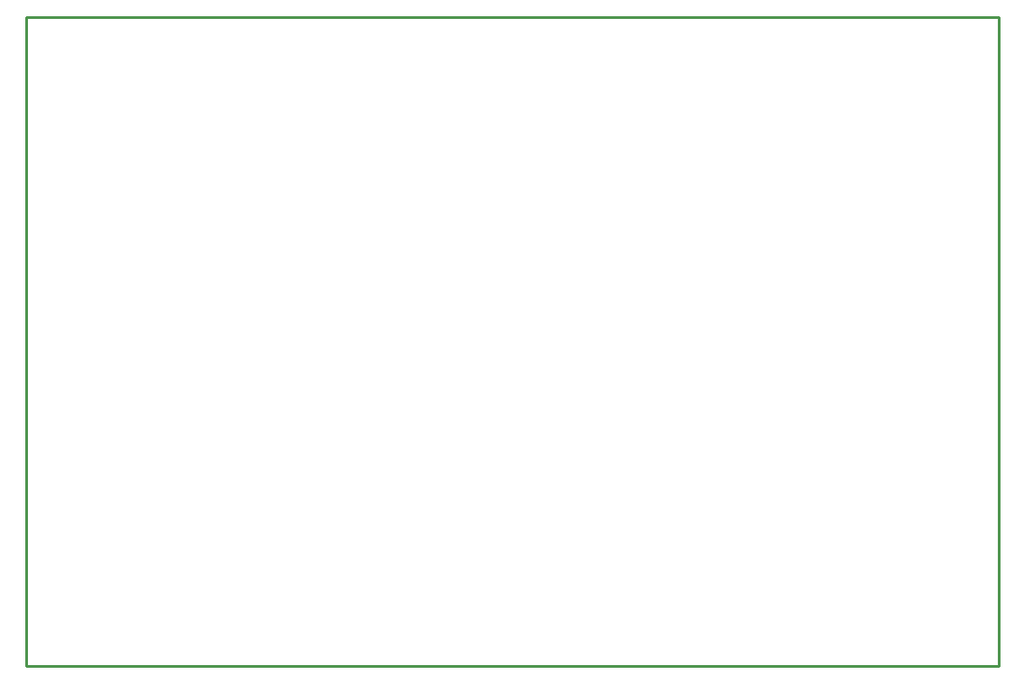
<source format=gko>
G04 Layer: BoardOutlineLayer*
G04 EasyEDA Pro v2.2.32.3, 2024-11-04 22:23:50*
G04 Gerber Generator version 0.3*
G04 Scale: 100 percent, Rotated: No, Reflected: No*
G04 Dimensions in millimeters*
G04 Leading zeros omitted, absolute positions, 3 integers and 5 decimals*
%FSLAX35Y35*%
%MOMM*%
%ADD10C,0.254*%
G75*


G04 PolygonModel Start*
G54D10*
G01X12700Y-6112690D02*
G01X12700Y-12703D01*
G01X9144000Y-12703D01*
G01X9144000Y-6108703D01*
G01X12700Y-6112690D01*

M02*


</source>
